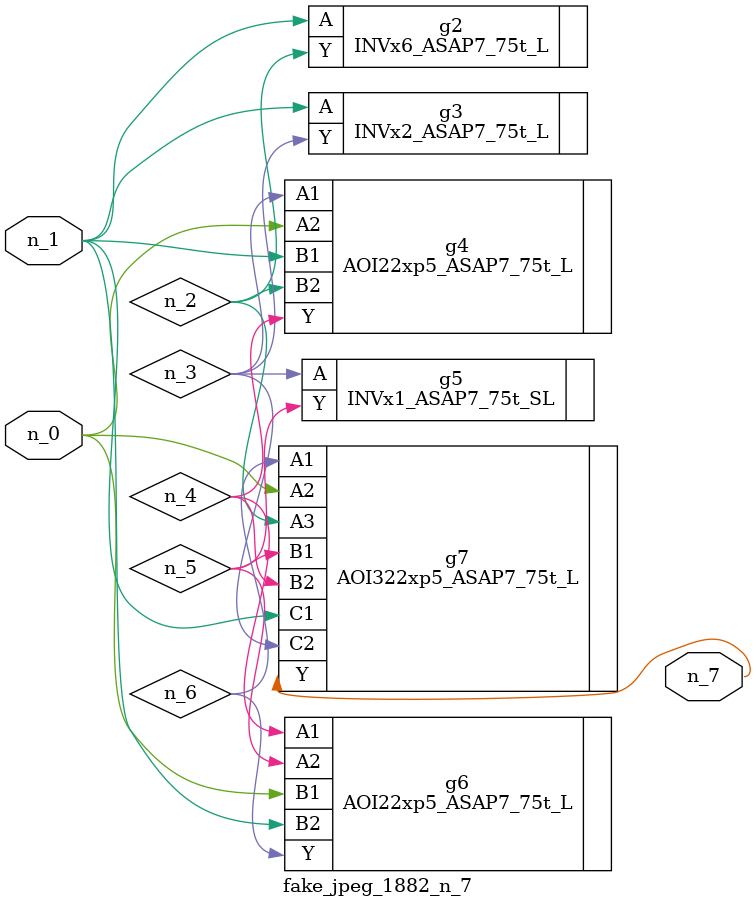
<source format=v>
module fake_jpeg_1882_n_7 (n_0, n_1, n_7);

input n_0;
input n_1;

output n_7;

wire n_2;
wire n_3;
wire n_4;
wire n_6;
wire n_5;

INVx6_ASAP7_75t_L g2 ( 
.A(n_1),
.Y(n_2)
);

INVx2_ASAP7_75t_L g3 ( 
.A(n_1),
.Y(n_3)
);

AOI22xp5_ASAP7_75t_L g4 ( 
.A1(n_3),
.A2(n_0),
.B1(n_1),
.B2(n_2),
.Y(n_4)
);

AOI22xp5_ASAP7_75t_L g6 ( 
.A1(n_4),
.A2(n_5),
.B1(n_0),
.B2(n_1),
.Y(n_6)
);

INVx1_ASAP7_75t_SL g5 ( 
.A(n_3),
.Y(n_5)
);

AOI322xp5_ASAP7_75t_L g7 ( 
.A1(n_6),
.A2(n_0),
.A3(n_2),
.B1(n_5),
.B2(n_4),
.C1(n_1),
.C2(n_3),
.Y(n_7)
);


endmodule
</source>
